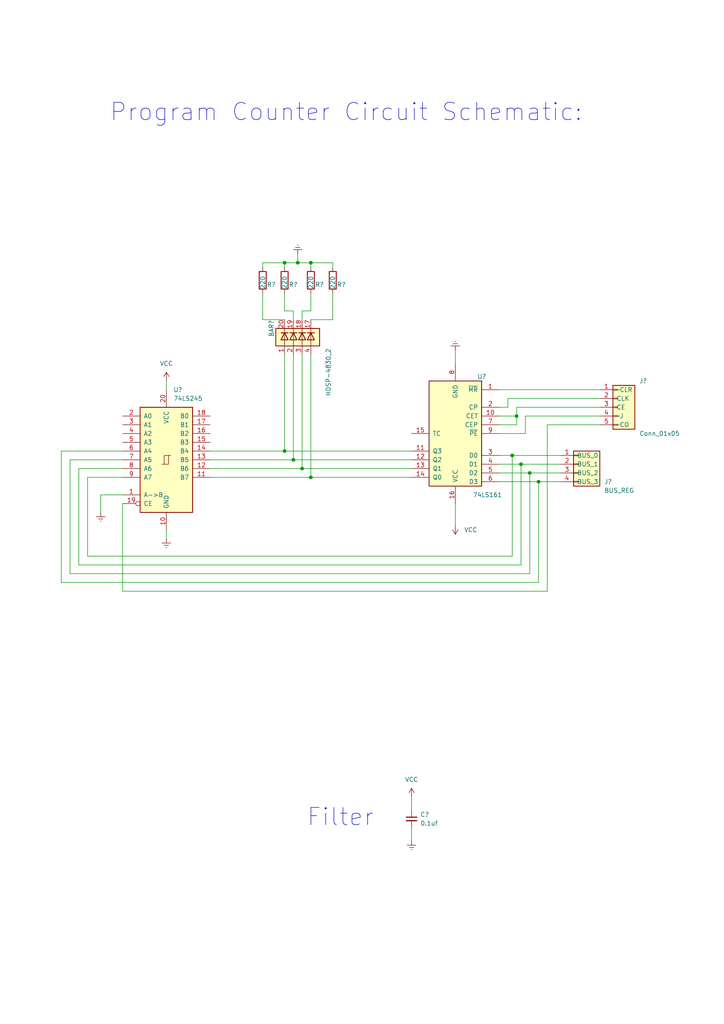
<source format=kicad_sch>
(kicad_sch (version 20211123) (generator eeschema)
  (paper "A4" portrait)
  (lib_symbols
    (symbol "74xx:74LS161" (pin_names (offset 1.016))
      (property "Reference" "U?" (at 0.5206 20.32 0))
      (property "Value" "74LS161" (at 0.5206 17.78 0))
      (symbol "74LS161_1_0"
        (pin input line (at -12.7 -12.7 0) (length 5.08) (name "~{MR}") (number "1"))
        (pin input line (at -12.7 -5.08 0) (length 5.08) (name "CET") (number "10"))
        (pin output line (at 12.7 5.08 180) (length 5.08) (name "Q3") (number "11"))
        (pin output line (at 12.7 7.62 180) (length 5.08) (name "Q2") (number "12"))
        (pin output line (at 12.7 10.16 180) (length 5.08) (name "Q1") (number "13"))
        (pin output line (at 12.7 12.7 180) (length 5.08) (name "Q0") (number "14"))
        (pin output line (at 12.7 0 180) (length 5.08) (name "TC") (number "15"))
        (pin power_in line (at 0 20.32 270) (length 5.08) (name "VCC") (number "16"))
        (pin input line (at -12.7 -7.62 0) (length 5.08) (name "CP") (number "2"))
        (pin input line (at -12.7 6.35 0) (length 5.08) (name "D0") (number "3"))
        (pin input line (at -12.7 8.89 0) (length 5.08) (name "D1") (number "4"))
        (pin input line (at -12.7 11.43 0) (length 5.08) (name "D2") (number "5"))
        (pin input line (at -12.7 13.97 0) (length 5.08) (name "D3") (number "6"))
        (pin input line (at -12.7 -2.54 0) (length 5.08) (name "CEP") (number "7"))
        (pin power_in line (at 0 -20.32 90) (length 5.08) (name "GND") (number "8"))
        (pin input line (at -12.7 0 0) (length 5.08) (name "~{PE}") (number "9"))
      )
      (symbol "74LS161_1_1"
        (rectangle (start -7.62 15.24) (end 7.62 -15.24) (stroke (width 0.254)) (fill (type background)))
      )
    )
    (symbol "74xx:74LS245" (pin_names (offset 1.016))
      (property "Reference" "U" (at -7.62 16.51 0))
      (property "Value" "74LS245" (at -7.62 -16.51 0))
      (symbol "74LS245_1_0"
        (polyline (pts (xy -0.635 -1.27) (xy -0.635 1.27) (xy 0.635 1.27)))
        (polyline (pts (xy -1.27 -1.27) (xy 0.635 -1.27) (xy 0.635 1.27) (xy 1.27 1.27)))
        (pin input line (at -12.7 -10.16 0) (length 5.08) (name "A->B") (number "1"))
        (pin power_in line (at 0 -20.32 90) (length 5.08) (name "GND") (number "10"))
        (pin tri_state line (at 12.7 -5.08 180) (length 5.08) (name "B7") (number "11"))
        (pin tri_state line (at 12.7 -2.54 180) (length 5.08) (name "B6") (number "12"))
        (pin tri_state line (at 12.7 0 180) (length 5.08) (name "B5") (number "13"))
        (pin tri_state line (at 12.7 2.54 180) (length 5.08) (name "B4") (number "14"))
        (pin tri_state line (at 12.7 5.08 180) (length 5.08) (name "B3") (number "15"))
        (pin tri_state line (at 12.7 7.62 180) (length 5.08) (name "B2") (number "16"))
        (pin tri_state line (at 12.7 10.16 180) (length 5.08) (name "B1") (number "17"))
        (pin tri_state line (at 12.7 12.7 180) (length 5.08) (name "B0") (number "18"))
        (pin input inverted (at -12.7 -12.7 0) (length 5.08) (name "CE") (number "19"))
        (pin tri_state line (at -12.7 12.7 0) (length 5.08) (name "A0") (number "2"))
        (pin power_in line (at 0 20.32 270) (length 5.08) (name "VCC") (number "20"))
        (pin tri_state line (at -12.7 10.16 0) (length 5.08) (name "A1") (number "3"))
        (pin tri_state line (at -12.7 7.62 0) (length 5.08) (name "A2") (number "4"))
        (pin tri_state line (at -12.7 5.08 0) (length 5.08) (name "A3") (number "5"))
        (pin tri_state line (at -12.7 2.54 0) (length 5.08) (name "A4") (number "6"))
        (pin tri_state line (at -12.7 0 0) (length 5.08) (name "A5") (number "7"))
        (pin tri_state line (at -12.7 -2.54 0) (length 5.08) (name "A6") (number "8"))
        (pin tri_state line (at -12.7 -5.08 0) (length 5.08) (name "A7") (number "9"))
      )
      (symbol "74LS245_1_1"
        (rectangle (start -7.62 15.24) (end 7.62 -15.24) (stroke (width 0.254)) (fill (type background)))
      )
    )
    (symbol "Connector_Generic:Conn_01x05" (pin_names (offset 1.016))
      (property "Reference" "J?" (at 6.35 7.62 0))
      (property "Value" "Conn_01x05" (at 6.35 -7.62 0))
      (symbol "Conn_01x05_1_1"
        (rectangle (start -1.27 -4.953) (end 0 -5.207) (stroke (width 0.1524)))
        (rectangle (start -1.27 -2.413) (end 0 -2.667) (stroke (width 0.1524)))
        (rectangle (start -1.27 0.127) (end 0 -0.127) (stroke (width 0.1524)))
        (rectangle (start -1.27 2.667) (end 0 2.413) (stroke (width 0.1524)))
        (rectangle (start -1.27 5.207) (end 0 4.953) (stroke (width 0.1524)))
        (rectangle (start -1.27 6.35) (end 5.08 -6.35) (stroke (width 0.254)) (fill (type background)))
        (pin passive line (at -5.08 5.08 0) (length 3.81) (name "~CLR") (number "1"))
        (pin passive line (at -5.08 2.54 0) (length 3.81) (name "CLK") (number "2"))
        (pin passive line (at -5.08 0 0) (length 3.81) (name "CE") (number "3"))
        (pin passive line (at -5.08 -2.54 0) (length 3.81) (name "~J") (number "4"))
        (pin passive line (at -5.08 -5.08 0) (length 3.81) (name "~CO") (number "5"))
      )
    )
    (symbol "Device:C_Small" (pin_numbers hide) (pin_names (offset 0.254) hide)
      (property "Reference" "C" (at 0.254 1.778 0))
      (property "Value" "C_Small" (at 0.254 -2.032 0))
      (symbol "C_Small_0_1"
        (polyline (pts (xy -1.524 -0.508) (xy 1.524 -0.508)) (stroke (width 0.3302)))
        (polyline (pts (xy -1.524 0.508) (xy 1.524 0.508)) (stroke (width 0.3048)))
      )
      (symbol "C_Small_1_1"
        (pin passive line (at 0 2.54 270) (length 2.032) (name "~") (number "1"))
        (pin passive line (at 0 -2.54 90) (length 2.032) (name "~") (number "2"))
      )
    )
    (symbol "Device:R" (pin_numbers hide) (pin_names (offset 0))
      (property "Reference" "R" (at 2.032 0 90))
      (property "Value" "R" (at 0 0 90))
      (symbol "R_0_1"
        (rectangle (start -1.016 -2.54) (end 1.016 2.54) (stroke (width 0.254)))
      )
      (symbol "R_1_1"
        (pin passive line (at 0 3.81 270) (length 1.27) (name "~") (number "1"))
        (pin passive line (at 0 -3.81 90) (length 1.27) (name "~") (number "2"))
      )
    )
    (symbol "Earth_1" (power) (pin_names (offset 0))
      (symbol "Earth_1_0_1"
        (polyline (pts (xy -0.635 -1.905) (xy 0.635 -1.905)))
        (polyline (pts (xy -0.127 -2.54) (xy 0.127 -2.54)))
        (polyline (pts (xy 0 -1.27) (xy 0 0)))
        (polyline (pts (xy 1.27 -1.27) (xy -1.27 -1.27)))
      )
      (symbol "Earth_1_1_1"
        (pin power_in line (at 0 0 270) (length 0) hide (name "Earth") (number "1"))
      )
    )
    (symbol "LED:HDSP-4830_2" (pin_names (offset 1.016) hide)
      (property "Reference" "BAR?" (at 2.54 13.97 0))
      (property "Value" "HDSP-4830_2" (at 3.81 -3.81 0))
      (symbol "HDSP-4830_2_0_1"
        (rectangle (start -2.54 12.7) (end 2.54 0) (stroke (width 0.254)) (fill (type background)))
        (polyline (pts (xy -2.54 5.08) (xy 2.54 5.08)))
        (polyline (pts (xy -2.54 7.62) (xy 2.54 7.62)))
        (polyline (pts (xy -2.54 10.16) (xy 2.54 10.16)))
        (polyline (pts (xy 1.27 3.556) (xy 1.27 1.524)) (stroke (width 0.254)))
        (polyline (pts (xy 1.27 6.096) (xy 1.27 4.064)) (stroke (width 0.254)))
        (polyline (pts (xy 1.27 8.636) (xy 1.27 6.604)) (stroke (width 0.254)))
        (polyline (pts (xy 1.27 11.176) (xy 1.27 9.144)) (stroke (width 0.254)))
        (polyline (pts (xy 2.54 2.54) (xy -2.54 2.54)))
        (polyline (pts (xy -0.762 3.556) (xy -0.762 1.524) (xy 1.27 2.54) (xy -0.762 3.556)) (stroke (width 0.254)))
        (polyline (pts (xy -0.762 6.096) (xy -0.762 4.064) (xy 1.27 5.08) (xy -0.762 6.096)) (stroke (width 0.254)))
        (polyline (pts (xy -0.762 8.636) (xy -0.762 6.604) (xy 1.27 7.62) (xy -0.762 8.636)) (stroke (width 0.254)))
        (polyline (pts (xy -0.762 11.176) (xy -0.762 9.144) (xy 1.27 10.16) (xy -0.762 11.176)) (stroke (width 0.254)))
      )
      (symbol "HDSP-4830_2_1_1"
        (pin passive line (at -5.08 10.16 0) (length 2.54) (name "A") (number "1"))
        (pin passive line (at 5.08 2.54 180) (length 2.54) (name "K") (number "17"))
        (pin passive line (at 5.08 5.08 180) (length 2.54) (name "K") (number "18"))
        (pin passive line (at 5.08 7.62 180) (length 2.54) (name "K") (number "19"))
        (pin passive line (at -5.08 7.62 0) (length 2.54) (name "A") (number "2"))
        (pin passive line (at 5.08 10.16 180) (length 2.54) (name "K") (number "20"))
        (pin passive line (at -5.08 5.08 0) (length 2.54) (name "A") (number "3"))
        (pin passive line (at -5.08 2.54 0) (length 2.54) (name "A") (number "4"))
      )
    )
    (symbol "Register_A_Library:BUS_REG" (pin_names (offset 1.016))
      (property "Reference" "J?" (at 7.62 0.0001 0))
      (property "Value" "BUS_REG" (at 7.62 -2.5399 0))
      (symbol "BUS_REG_1_1"
        (rectangle (start -1.27 0.127) (end 0 -0.127) (stroke (width 0.1524)))
        (rectangle (start -1.27 2.667) (end 0 2.413) (stroke (width 0.1524)))
        (rectangle (start -1.27 5.207) (end 0 4.953) (stroke (width 0.1524)))
        (rectangle (start -1.27 7.747) (end 0 7.493) (stroke (width 0.1524)))
        (rectangle (start -1.27 8.89) (end 6.35 -1.27) (stroke (width 0.254)) (fill (type background)))
        (pin passive line (at -5.08 7.62 0) (length 3.81) (name "BUS_0") (number "1"))
        (pin passive line (at -5.08 5.08 0) (length 3.81) (name "BUS_1") (number "2"))
        (pin passive line (at -5.08 2.54 0) (length 3.81) (name "BUS_2") (number "3"))
        (pin passive line (at -5.08 0 0) (length 3.81) (name "BUS_3") (number "4"))
      )
    )
    (symbol "power:Earth" (power) (pin_names (offset 0))
      (symbol "Earth_0_1"
        (polyline (pts (xy -0.635 -1.905) (xy 0.635 -1.905)))
        (polyline (pts (xy -0.127 -2.54) (xy 0.127 -2.54)))
        (polyline (pts (xy 0 -1.27) (xy 0 0)))
        (polyline (pts (xy 1.27 -1.27) (xy -1.27 -1.27)))
      )
      (symbol "Earth_1_1"
        (pin power_in line (at 0 0 270) (length 0) hide (name "Earth") (number "1"))
      )
    )
    (symbol "power:VCC" (power) (pin_names (offset 0))
      (property "Value" "VCC" (at 0 3.81 0))
      (symbol "VCC_0_1"
        (polyline (pts (xy -0.762 1.27) (xy 0 2.54)))
        (polyline (pts (xy 0 0) (xy 0 2.54)))
        (polyline (pts (xy 0 2.54) (xy 0.762 1.27)))
      )
      (symbol "VCC_1_1"
        (pin power_in line (at 0 0 90) (length 0) hide (name "VCC") (number "1"))
      )
    )
  )
  (junction (at 90.17 76.2))
  (junction (at 153.67 137.16))
  (junction (at 149.86 120.65))
  (junction (at 86.36 76.2))
  (junction (at 87.63 135.89))
  (junction (at 82.55 76.2))
  (junction (at 156.21 139.7))
  (junction (at 82.55 130.81))
  (junction (at 90.17 138.43))
  (junction (at 85.09 133.35))
  (junction (at 148.59 132.08))
  (junction (at 151.13 134.62))
  (wire (pts (xy 25.4 138.43) (xy 25.4 161.29)))
  (wire (pts (xy 119.38 231.14) (xy 119.38 234.95)))
  (wire (pts (xy 76.2 76.2) (xy 82.55 76.2)))
  (wire (pts (xy 96.52 77.47) (xy 96.52 76.2)))
  (wire (pts (xy 86.36 73.66) (xy 86.36 76.2)))
  (wire (pts (xy 35.56 130.81) (xy 17.78 130.81)))
  (wire (pts (xy 144.78 123.19) (xy 149.86 123.19)))
  (wire (pts (xy 35.56 133.35) (xy 20.32 133.35)))
  (wire (pts (xy 156.21 168.91) (xy 156.21 139.7)))
  (wire (pts (xy 82.55 76.2) (xy 86.36 76.2)))
  (wire (pts (xy 162.56 132.08) (xy 148.59 132.08)))
  (wire (pts (xy 20.32 133.35) (xy 20.32 166.37)))
  (wire (pts (xy 20.32 166.37) (xy 153.67 166.37)))
  (wire (pts (xy 144.78 113.03) (xy 173.99 113.03)))
  (wire (pts (xy 60.96 135.89) (xy 87.63 135.89)))
  (wire (pts (xy 132.08 101.6) (xy 132.08 105.41)))
  (wire (pts (xy 35.56 143.51) (xy 29.21 143.51)))
  (wire (pts (xy 60.96 138.43) (xy 90.17 138.43)))
  (wire (pts (xy 87.63 102.87) (xy 87.63 135.89)))
  (wire (pts (xy 152.4 125.73) (xy 152.4 120.65)))
  (wire (pts (xy 82.55 102.87) (xy 82.55 130.81)))
  (wire (pts (xy 152.4 120.65) (xy 173.99 120.65)))
  (wire (pts (xy 85.09 102.87) (xy 85.09 133.35)))
  (wire (pts (xy 96.52 76.2) (xy 90.17 76.2)))
  (wire (pts (xy 132.08 146.05) (xy 132.08 152.4)))
  (wire (pts (xy 90.17 85.09) (xy 90.17 90.17)))
  (wire (pts (xy 86.36 76.2) (xy 90.17 76.2)))
  (wire (pts (xy 35.56 135.89) (xy 22.86 135.89)))
  (wire (pts (xy 87.63 90.17) (xy 87.63 92.71)))
  (wire (pts (xy 90.17 102.87) (xy 90.17 138.43)))
  (wire (pts (xy 147.32 115.57) (xy 173.99 115.57)))
  (wire (pts (xy 151.13 134.62) (xy 151.13 163.83)))
  (wire (pts (xy 17.78 168.91) (xy 156.21 168.91)))
  (wire (pts (xy 144.78 118.11) (xy 147.32 118.11)))
  (wire (pts (xy 148.59 161.29) (xy 148.59 132.08)))
  (wire (pts (xy 153.67 137.16) (xy 144.78 137.16)))
  (wire (pts (xy 85.09 133.35) (xy 119.38 133.35)))
  (wire (pts (xy 158.75 171.45) (xy 35.56 171.45)))
  (wire (pts (xy 162.56 137.16) (xy 153.67 137.16)))
  (wire (pts (xy 48.26 110.49) (xy 48.26 113.03)))
  (wire (pts (xy 22.86 163.83) (xy 151.13 163.83)))
  (wire (pts (xy 35.56 138.43) (xy 25.4 138.43)))
  (wire (pts (xy 85.09 90.17) (xy 85.09 92.71)))
  (wire (pts (xy 144.78 120.65) (xy 149.86 120.65)))
  (wire (pts (xy 22.86 135.89) (xy 22.86 163.83)))
  (wire (pts (xy 144.78 125.73) (xy 152.4 125.73)))
  (wire (pts (xy 87.63 135.89) (xy 119.38 135.89)))
  (wire (pts (xy 151.13 134.62) (xy 144.78 134.62)))
  (wire (pts (xy 76.2 77.47) (xy 76.2 76.2)))
  (wire (pts (xy 96.52 92.71) (xy 96.52 85.09)))
  (wire (pts (xy 17.78 130.81) (xy 17.78 168.91)))
  (wire (pts (xy 147.32 118.11) (xy 147.32 115.57)))
  (wire (pts (xy 76.2 92.71) (xy 82.55 92.71)))
  (wire (pts (xy 48.26 153.67) (xy 48.26 156.21)))
  (wire (pts (xy 90.17 138.43) (xy 119.38 138.43)))
  (wire (pts (xy 149.86 123.19) (xy 149.86 120.65)))
  (wire (pts (xy 60.96 130.81) (xy 82.55 130.81)))
  (wire (pts (xy 173.99 123.19) (xy 158.75 123.19)))
  (wire (pts (xy 35.56 171.45) (xy 35.56 146.05)))
  (wire (pts (xy 156.21 139.7) (xy 144.78 139.7)))
  (wire (pts (xy 90.17 76.2) (xy 90.17 77.47)))
  (wire (pts (xy 148.59 132.08) (xy 144.78 132.08)))
  (wire (pts (xy 25.4 161.29) (xy 148.59 161.29)))
  (wire (pts (xy 90.17 90.17) (xy 87.63 90.17)))
  (wire (pts (xy 153.67 166.37) (xy 153.67 137.16)))
  (wire (pts (xy 29.21 143.51) (xy 29.21 148.59)))
  (wire (pts (xy 149.86 118.11) (xy 173.99 118.11)))
  (wire (pts (xy 60.96 133.35) (xy 85.09 133.35)))
  (wire (pts (xy 82.55 90.17) (xy 82.55 85.09)))
  (wire (pts (xy 162.56 134.62) (xy 151.13 134.62)))
  (wire (pts (xy 158.75 123.19) (xy 158.75 171.45)))
  (wire (pts (xy 149.86 120.65) (xy 149.86 118.11)))
  (wire (pts (xy 90.17 92.71) (xy 96.52 92.71)))
  (wire (pts (xy 76.2 85.09) (xy 76.2 92.71)))
  (wire (pts (xy 82.55 130.81) (xy 119.38 130.81)))
  (wire (pts (xy 162.56 139.7) (xy 156.21 139.7)))
  (wire (pts (xy 85.09 90.17) (xy 82.55 90.17)))
  (wire (pts (xy 119.38 240.03) (xy 119.38 243.84)))
  (wire (pts (xy 82.55 77.47) (xy 82.55 76.2)))
  (text "Filter" (at 88.9 240.03 0) (effects (font (size 5 5)) (justify left bottom)))
  (text "Program Counter Circuit Schematic:" (at 31.75 35.56 0) (effects (font (size 5 5)) (justify left bottom)))
  (symbol (lib_id "74xx:74LS245") (at 48.26 133.35 0) (unit 1)
    (property "Reference" "U?" (at 50.2794 113.03 0) (effects (justify left)))
    (property "Value" "74LS245" (at 50.2794 115.57 0) (effects (justify left)))
    (property "Datasheet" "http://www.ti.com/lit/gpn/sn74LS245" (effects hide))
  )
  (symbol (lib_id "power:Earth") (at 132.08 101.6 180) (unit 1)
    (property "Reference" "#PWR?" (effects hide))
    (property "Value" "Earth" (effects hide))
  )
  (symbol (lib_id "Device:C_Small") (at 119.38 237.49 0) (unit 1)
    (property "Reference" "C?" (at 121.92 236.2262 0) (effects (justify left)))
    (property "Value" "0.1uf" (at 121.92 238.7662 0) (effects (justify left)))
  )
  (symbol (lib_name "Earth_1") (lib_id "power:Earth") (at 119.38 243.84 0) (unit 1)
    (property "Reference" "#PWR?" (effects hide))
    (property "Value" "Earth" (effects hide))
  )
  (symbol (lib_id "Register_A_Library:BUS_REG") (at 167.64 139.7 0) (unit 1)
    (property "Reference" "J?" (at 175.26 139.6999 0) (effects (justify left)))
    (property "Value" "BUS_REG" (at 175.26 142.2399 0) (effects (justify left)))
    (property "Footprint" "Connector_PinHeader_1.00mm:PinHeader_1x08_P1.00mm_Vertical" (effects hide))
  )
  (symbol (lib_id "Device:R") (at 96.52 81.28 0) (unit 1)
    (property "Reference" "R?" (at 100.33 82.55 0) (effects (justify right)))
    (property "Value" "220" (at 96.52 80.01 90) (effects (justify right)))
    (property "Footprint" "Resistor_THT:R_Axial_DIN0204_L3.6mm_D1.6mm_P5.08mm_Horizontal" (effects hide))
  )
  (symbol (lib_id "power:VCC") (at 48.26 110.49 0) (unit 1)
    (property "Reference" "#PWR?" (effects hide))
    (property "Value" "VCC" (at 48.26 105.41 0))
  )
  (symbol (lib_id "Device:R") (at 76.2 81.28 0) (unit 1)
    (property "Reference" "R?" (at 80.01 82.55 0) (effects (justify right)))
    (property "Value" "220" (at 76.2 80.01 90) (effects (justify right)))
    (property "Footprint" "Resistor_THT:R_Axial_DIN0204_L3.6mm_D1.6mm_P5.08mm_Horizontal" (effects hide))
  )
  (symbol (lib_id "power:VCC") (at 119.38 231.14 0) (unit 1)
    (property "Reference" "#PWR?" (effects hide))
    (property "Value" "VCC" (at 119.38 226.06 0))
  )
  (symbol (lib_id "power:VCC") (at 132.08 152.4 180) (unit 1)
    (property "Reference" "#PWR?" (effects hide))
    (property "Value" "VCC" (at 134.62 153.6699 0) (effects (justify right)))
  )
  (symbol (lib_id "74xx:74LS161") (at 132.08 125.73 180) (unit 1)
    (property "Reference" "U?" (at 138.43 109.22 0) (effects (justify right)))
    (property "Value" "74LS161" (at 137.16 143.51 0) (effects (justify right)))
    (property "Datasheet" "http://www.ti.com/lit/gpn/sn74LS161" (effects hide))
  )
  (symbol (lib_id "power:Earth") (at 29.21 148.59 0) (unit 1)
    (property "Reference" "#PWR?" (effects hide))
    (property "Value" "Earth" (effects hide))
  )
  (symbol (lib_id "power:Earth") (at 86.36 73.66 180) (unit 1)
    (property "Reference" "#PWR?" (effects hide))
    (property "Value" "Earth" (effects hide))
  )
  (symbol (lib_id "Connector_Generic:Conn_01x05") (at 179.07 118.11 0) (unit 1)
    (property "Reference" "J?" (at 185.42 110.49 0) (effects (justify left)))
    (property "Value" "Conn_01x05" (at 185.42 125.73 0) (effects (justify left)))
  )
  (symbol (lib_id "Device:R") (at 90.17 81.28 0) (unit 1)
    (property "Reference" "R?" (at 93.98 82.55 0) (effects (justify right)))
    (property "Value" "220" (at 90.17 80.01 90) (effects (justify right)))
    (property "Footprint" "Resistor_THT:R_Axial_DIN0204_L3.6mm_D1.6mm_P5.08mm_Horizontal" (effects hide))
  )
  (symbol (lib_id "LED:HDSP-4830_2") (at 92.71 97.79 90) (unit 1)
    (property "Reference" "BAR?" (at 78.74 95.25 0))
    (property "Value" "HDSP-4830_2" (at 95.25 107.95 0))
    (property "Footprint" "Display:HDSP-4830" (effects hide))
    (property "Datasheet" "https://docs.broadcom.com/docs/AV02-1798EN" (effects hide))
  )
  (symbol (lib_id "power:Earth") (at 48.26 156.21 0) (unit 1)
    (property "Reference" "#PWR?" (effects hide))
    (property "Value" "Earth" (effects hide))
  )
  (symbol (lib_id "Device:R") (at 82.55 81.28 0) (unit 1)
    (property "Reference" "R?" (at 86.36 82.55 0) (effects (justify right)))
    (property "Value" "220" (at 82.55 80.01 90) (effects (justify right)))
    (property "Footprint" "Resistor_THT:R_Axial_DIN0204_L3.6mm_D1.6mm_P5.08mm_Horizontal" (effects hide))
  )
)
</source>
